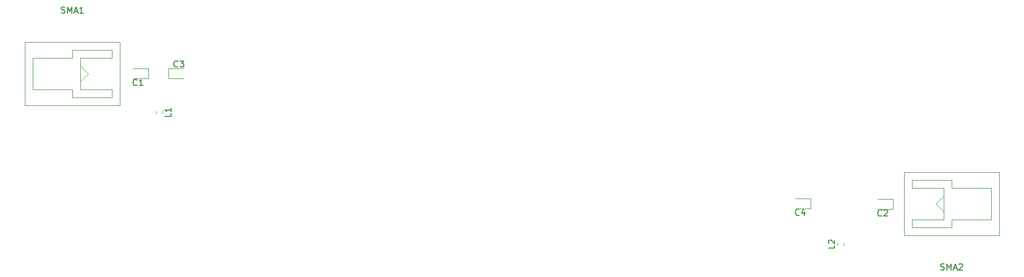
<source format=gbr>
G04 #@! TF.GenerationSoftware,KiCad,Pcbnew,5.1.2-f72e74a~84~ubuntu18.04.1*
G04 #@! TF.CreationDate,2019-11-13T16:28:08+01:00*
G04 #@! TF.ProjectId,filter_without_ind_cap,66696c74-6572-45f7-9769-74686f75745f,rev?*
G04 #@! TF.SameCoordinates,Original*
G04 #@! TF.FileFunction,Legend,Top*
G04 #@! TF.FilePolarity,Positive*
%FSLAX46Y46*%
G04 Gerber Fmt 4.6, Leading zero omitted, Abs format (unit mm)*
G04 Created by KiCad (PCBNEW 5.1.2-f72e74a~84~ubuntu18.04.1) date 2019-11-13 16:28:08*
%MOMM*%
%LPD*%
G04 APERTURE LIST*
%ADD10C,0.120000*%
%ADD11C,0.150000*%
G04 APERTURE END LIST*
D10*
X204980000Y-119056267D02*
X204980000Y-118713733D01*
X203960000Y-119056267D02*
X203960000Y-118713733D01*
X94740000Y-97513733D02*
X94740000Y-97856267D01*
X95760000Y-97513733D02*
X95760000Y-97856267D01*
X199675000Y-111545000D02*
X197190000Y-111545000D01*
X199675000Y-113115000D02*
X199675000Y-111545000D01*
X197190000Y-113115000D02*
X199675000Y-113115000D01*
X96675000Y-92225000D02*
X99160000Y-92225000D01*
X96675000Y-90655000D02*
X96675000Y-92225000D01*
X99160000Y-90655000D02*
X96675000Y-90655000D01*
X212875000Y-111645000D02*
X210390000Y-111645000D01*
X212875000Y-113215000D02*
X212875000Y-111645000D01*
X210390000Y-113215000D02*
X212875000Y-113215000D01*
X93495000Y-90655000D02*
X91010000Y-90655000D01*
X93495000Y-92225000D02*
X93495000Y-90655000D01*
X91010000Y-92225000D02*
X93495000Y-92225000D01*
X220980000Y-113680000D02*
X219710000Y-112410000D01*
X220980000Y-111140000D02*
X219710000Y-112410000D01*
X214630000Y-117490000D02*
X229870000Y-117490000D01*
X229870000Y-107330000D02*
X214630000Y-107330000D01*
X215900000Y-114950000D02*
X215900000Y-116220000D01*
X220980000Y-114950000D02*
X215900000Y-114950000D01*
X220980000Y-109870000D02*
X220980000Y-114950000D01*
X215900000Y-109870000D02*
X220980000Y-109870000D01*
X215900000Y-108600000D02*
X215900000Y-109870000D01*
X228600000Y-109870000D02*
X228600000Y-114950000D01*
X222250000Y-109870000D02*
X228600000Y-109870000D01*
X222250000Y-108600000D02*
X222250000Y-109870000D01*
X222250000Y-114950000D02*
X228600000Y-114950000D01*
X222250000Y-116220000D02*
X222250000Y-114950000D01*
X229870000Y-117490000D02*
X229870000Y-107330000D01*
X214630000Y-107330000D02*
X214630000Y-117490000D01*
X222250000Y-116220000D02*
X215900000Y-116220000D01*
X215900000Y-108600000D02*
X222250000Y-108600000D01*
X82550000Y-90170000D02*
X83820000Y-91440000D01*
X82550000Y-92710000D02*
X83820000Y-91440000D01*
X88900000Y-86360000D02*
X73660000Y-86360000D01*
X73660000Y-96520000D02*
X88900000Y-96520000D01*
X87630000Y-88900000D02*
X87630000Y-87630000D01*
X82550000Y-88900000D02*
X87630000Y-88900000D01*
X82550000Y-93980000D02*
X82550000Y-88900000D01*
X87630000Y-93980000D02*
X82550000Y-93980000D01*
X87630000Y-95250000D02*
X87630000Y-93980000D01*
X74930000Y-93980000D02*
X74930000Y-88900000D01*
X81280000Y-93980000D02*
X74930000Y-93980000D01*
X81280000Y-95250000D02*
X81280000Y-93980000D01*
X81280000Y-88900000D02*
X74930000Y-88900000D01*
X81280000Y-87630000D02*
X81280000Y-88900000D01*
X73660000Y-86360000D02*
X73660000Y-96520000D01*
X88900000Y-96520000D02*
X88900000Y-86360000D01*
X81280000Y-87630000D02*
X87630000Y-87630000D01*
X87630000Y-95250000D02*
X81280000Y-95250000D01*
D11*
X203492380Y-119051666D02*
X203492380Y-119527857D01*
X202492380Y-119527857D01*
X202587619Y-118765952D02*
X202540000Y-118718333D01*
X202492380Y-118623095D01*
X202492380Y-118385000D01*
X202540000Y-118289761D01*
X202587619Y-118242142D01*
X202682857Y-118194523D01*
X202778095Y-118194523D01*
X202920952Y-118242142D01*
X203492380Y-118813571D01*
X203492380Y-118194523D01*
X97132380Y-97851666D02*
X97132380Y-98327857D01*
X96132380Y-98327857D01*
X97132380Y-96994523D02*
X97132380Y-97565952D01*
X97132380Y-97280238D02*
X96132380Y-97280238D01*
X96275238Y-97375476D01*
X96370476Y-97470714D01*
X96418095Y-97565952D01*
X197823333Y-114167142D02*
X197775714Y-114214761D01*
X197632857Y-114262380D01*
X197537619Y-114262380D01*
X197394761Y-114214761D01*
X197299523Y-114119523D01*
X197251904Y-114024285D01*
X197204285Y-113833809D01*
X197204285Y-113690952D01*
X197251904Y-113500476D01*
X197299523Y-113405238D01*
X197394761Y-113310000D01*
X197537619Y-113262380D01*
X197632857Y-113262380D01*
X197775714Y-113310000D01*
X197823333Y-113357619D01*
X198680476Y-113595714D02*
X198680476Y-114262380D01*
X198442380Y-113214761D02*
X198204285Y-113929047D01*
X198823333Y-113929047D01*
X98193333Y-90317142D02*
X98145714Y-90364761D01*
X98002857Y-90412380D01*
X97907619Y-90412380D01*
X97764761Y-90364761D01*
X97669523Y-90269523D01*
X97621904Y-90174285D01*
X97574285Y-89983809D01*
X97574285Y-89840952D01*
X97621904Y-89650476D01*
X97669523Y-89555238D01*
X97764761Y-89460000D01*
X97907619Y-89412380D01*
X98002857Y-89412380D01*
X98145714Y-89460000D01*
X98193333Y-89507619D01*
X98526666Y-89412380D02*
X99145714Y-89412380D01*
X98812380Y-89793333D01*
X98955238Y-89793333D01*
X99050476Y-89840952D01*
X99098095Y-89888571D01*
X99145714Y-89983809D01*
X99145714Y-90221904D01*
X99098095Y-90317142D01*
X99050476Y-90364761D01*
X98955238Y-90412380D01*
X98669523Y-90412380D01*
X98574285Y-90364761D01*
X98526666Y-90317142D01*
X211023333Y-114267142D02*
X210975714Y-114314761D01*
X210832857Y-114362380D01*
X210737619Y-114362380D01*
X210594761Y-114314761D01*
X210499523Y-114219523D01*
X210451904Y-114124285D01*
X210404285Y-113933809D01*
X210404285Y-113790952D01*
X210451904Y-113600476D01*
X210499523Y-113505238D01*
X210594761Y-113410000D01*
X210737619Y-113362380D01*
X210832857Y-113362380D01*
X210975714Y-113410000D01*
X211023333Y-113457619D01*
X211404285Y-113457619D02*
X211451904Y-113410000D01*
X211547142Y-113362380D01*
X211785238Y-113362380D01*
X211880476Y-113410000D01*
X211928095Y-113457619D01*
X211975714Y-113552857D01*
X211975714Y-113648095D01*
X211928095Y-113790952D01*
X211356666Y-114362380D01*
X211975714Y-114362380D01*
X91643333Y-93277142D02*
X91595714Y-93324761D01*
X91452857Y-93372380D01*
X91357619Y-93372380D01*
X91214761Y-93324761D01*
X91119523Y-93229523D01*
X91071904Y-93134285D01*
X91024285Y-92943809D01*
X91024285Y-92800952D01*
X91071904Y-92610476D01*
X91119523Y-92515238D01*
X91214761Y-92420000D01*
X91357619Y-92372380D01*
X91452857Y-92372380D01*
X91595714Y-92420000D01*
X91643333Y-92467619D01*
X92595714Y-93372380D02*
X92024285Y-93372380D01*
X92310000Y-93372380D02*
X92310000Y-92372380D01*
X92214761Y-92515238D01*
X92119523Y-92610476D01*
X92024285Y-92658095D01*
X220488095Y-122974761D02*
X220630952Y-123022380D01*
X220869047Y-123022380D01*
X220964285Y-122974761D01*
X221011904Y-122927142D01*
X221059523Y-122831904D01*
X221059523Y-122736666D01*
X221011904Y-122641428D01*
X220964285Y-122593809D01*
X220869047Y-122546190D01*
X220678571Y-122498571D01*
X220583333Y-122450952D01*
X220535714Y-122403333D01*
X220488095Y-122308095D01*
X220488095Y-122212857D01*
X220535714Y-122117619D01*
X220583333Y-122070000D01*
X220678571Y-122022380D01*
X220916666Y-122022380D01*
X221059523Y-122070000D01*
X221488095Y-123022380D02*
X221488095Y-122022380D01*
X221821428Y-122736666D01*
X222154761Y-122022380D01*
X222154761Y-123022380D01*
X222583333Y-122736666D02*
X223059523Y-122736666D01*
X222488095Y-123022380D02*
X222821428Y-122022380D01*
X223154761Y-123022380D01*
X223440476Y-122117619D02*
X223488095Y-122070000D01*
X223583333Y-122022380D01*
X223821428Y-122022380D01*
X223916666Y-122070000D01*
X223964285Y-122117619D01*
X224011904Y-122212857D01*
X224011904Y-122308095D01*
X223964285Y-122450952D01*
X223392857Y-123022380D01*
X224011904Y-123022380D01*
X79518095Y-81684761D02*
X79660952Y-81732380D01*
X79899047Y-81732380D01*
X79994285Y-81684761D01*
X80041904Y-81637142D01*
X80089523Y-81541904D01*
X80089523Y-81446666D01*
X80041904Y-81351428D01*
X79994285Y-81303809D01*
X79899047Y-81256190D01*
X79708571Y-81208571D01*
X79613333Y-81160952D01*
X79565714Y-81113333D01*
X79518095Y-81018095D01*
X79518095Y-80922857D01*
X79565714Y-80827619D01*
X79613333Y-80780000D01*
X79708571Y-80732380D01*
X79946666Y-80732380D01*
X80089523Y-80780000D01*
X80518095Y-81732380D02*
X80518095Y-80732380D01*
X80851428Y-81446666D01*
X81184761Y-80732380D01*
X81184761Y-81732380D01*
X81613333Y-81446666D02*
X82089523Y-81446666D01*
X81518095Y-81732380D02*
X81851428Y-80732380D01*
X82184761Y-81732380D01*
X83041904Y-81732380D02*
X82470476Y-81732380D01*
X82756190Y-81732380D02*
X82756190Y-80732380D01*
X82660952Y-80875238D01*
X82565714Y-80970476D01*
X82470476Y-81018095D01*
M02*

</source>
